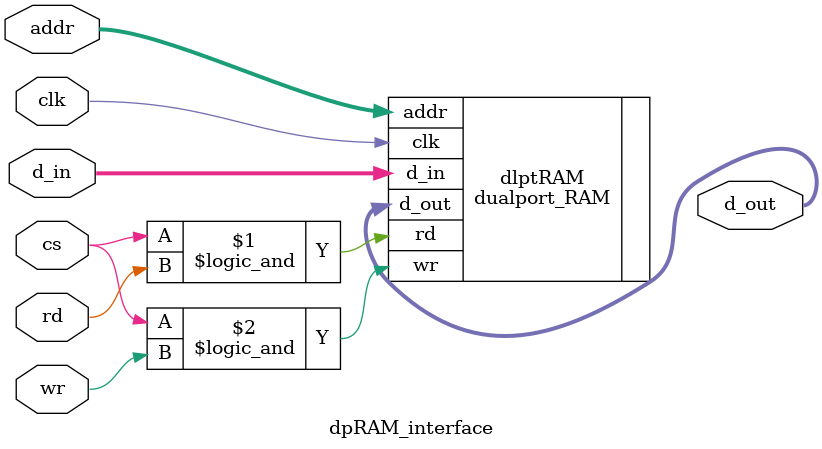
<source format=v>
/*
-Esta es la interfaz por defecto que funciona para comunicar el modulo dualport_RAM con el J1 
*/

module dpRAM_interface(clk, addr, d_in, d_out, cs, wr,  rd);
  
  input          clk;
  input  [15:0]  d_in;
  input          cs;
  input   [7:0]  addr; // 8 LSB from j1_io_addr
  input          rd;
  input          wr;
  output [15:0]  d_out;

//------------------------------------ regs and wires-------------------------------

dualport_RAM dlptRAM (.clk(clk), .d_in(d_in), .d_out(d_out), .addr(addr), .rd(cs && rd), .wr(cs && wr) );



endmodule

</source>
